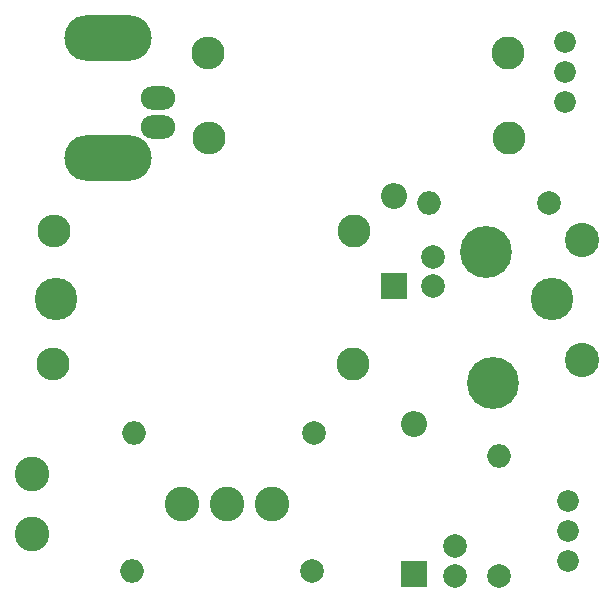
<source format=gts>
%FSLAX46Y46*%
G04 Gerber Fmt 4.6, Leading zero omitted, Abs format (unit mm)*
G04 Created by KiCad (PCBNEW 4.0.7) date 07/24/18 01:41:51*
%MOMM*%
%LPD*%
G01*
G04 APERTURE LIST*
%ADD10C,0.100000*%
%ADD11C,3.600000*%
%ADD12C,2.000000*%
%ADD13R,2.200000X2.200000*%
%ADD14O,2.200000X2.200000*%
%ADD15O,7.400240X3.900120*%
%ADD16O,2.899360X2.000200*%
%ADD17C,2.899360*%
%ADD18C,2.800000*%
%ADD19O,2.800000X2.800000*%
%ADD20O,2.000000X2.000000*%
%ADD21C,1.840000*%
%ADD22C,4.400500*%
%ADD23C,2.940000*%
G04 APERTURE END LIST*
D10*
D11*
X111725000Y-110950000D03*
D12*
X143640000Y-107430000D03*
X143640000Y-109930000D03*
X145555000Y-134405000D03*
X145555000Y-131905000D03*
D13*
X140355000Y-109855000D03*
D14*
X140355000Y-102235000D03*
D13*
X142090000Y-134305000D03*
D14*
X142090000Y-121605000D03*
D15*
X116110000Y-99058100D03*
X116110000Y-88860000D03*
D16*
X120374660Y-93960320D03*
X120374660Y-96459680D03*
D17*
X156320000Y-116150000D03*
X156320000Y-105990000D03*
D18*
X136900000Y-116510000D03*
D19*
X111500000Y-116510000D03*
D18*
X136940000Y-105255000D03*
D19*
X111540000Y-105255000D03*
D18*
X150040000Y-90175000D03*
D19*
X124640000Y-90175000D03*
D18*
X150060000Y-97350000D03*
D19*
X124660000Y-97350000D03*
D12*
X153455000Y-102900000D03*
D20*
X143295000Y-102900000D03*
D12*
X149225000Y-134430000D03*
D20*
X149225000Y-124270000D03*
D21*
X154870000Y-89210000D03*
X154870000Y-91750000D03*
X154870000Y-94290000D03*
X155070000Y-133200000D03*
X155070000Y-130660000D03*
X155070000Y-128120000D03*
D22*
X148180000Y-107030000D03*
X148720000Y-118120000D03*
D11*
X153765000Y-110950000D03*
D23*
X109715000Y-125825000D03*
X109715000Y-130905000D03*
X122415000Y-128365000D03*
X126225000Y-128365000D03*
X130035000Y-128365000D03*
D12*
X133390000Y-134005000D03*
D20*
X118150000Y-134005000D03*
D12*
X133615000Y-122325000D03*
D20*
X118375000Y-122325000D03*
M02*

</source>
